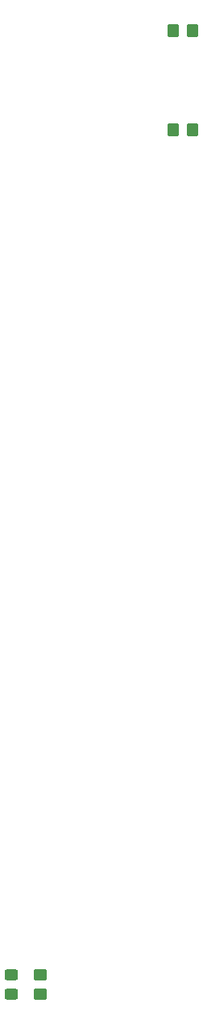
<source format=gbr>
%TF.GenerationSoftware,KiCad,Pcbnew,9.0.0*%
%TF.CreationDate,2025-08-04T23:41:09+05:30*%
%TF.ProjectId,signalscope,7369676e-616c-4736-936f-70652e6b6963,rev?*%
%TF.SameCoordinates,Original*%
%TF.FileFunction,Paste,Top*%
%TF.FilePolarity,Positive*%
%FSLAX46Y46*%
G04 Gerber Fmt 4.6, Leading zero omitted, Abs format (unit mm)*
G04 Created by KiCad (PCBNEW 9.0.0) date 2025-08-04 23:41:09*
%MOMM*%
%LPD*%
G01*
G04 APERTURE LIST*
G04 Aperture macros list*
%AMRoundRect*
0 Rectangle with rounded corners*
0 $1 Rounding radius*
0 $2 $3 $4 $5 $6 $7 $8 $9 X,Y pos of 4 corners*
0 Add a 4 corners polygon primitive as box body*
4,1,4,$2,$3,$4,$5,$6,$7,$8,$9,$2,$3,0*
0 Add four circle primitives for the rounded corners*
1,1,$1+$1,$2,$3*
1,1,$1+$1,$4,$5*
1,1,$1+$1,$6,$7*
1,1,$1+$1,$8,$9*
0 Add four rect primitives between the rounded corners*
20,1,$1+$1,$2,$3,$4,$5,0*
20,1,$1+$1,$4,$5,$6,$7,0*
20,1,$1+$1,$6,$7,$8,$9,0*
20,1,$1+$1,$8,$9,$2,$3,0*%
G04 Aperture macros list end*
%ADD10RoundRect,0.250000X-0.450000X0.325000X-0.450000X-0.325000X0.450000X-0.325000X0.450000X0.325000X0*%
%ADD11RoundRect,0.250000X-0.350000X-0.450000X0.350000X-0.450000X0.350000X0.450000X-0.350000X0.450000X0*%
%ADD12RoundRect,0.250000X-0.450000X0.350000X-0.450000X-0.350000X0.450000X-0.350000X0.450000X0.350000X0*%
G04 APERTURE END LIST*
D10*
%TO.C,D1*%
X166500000Y-144225000D03*
X166500000Y-146275000D03*
%TD*%
D11*
%TO.C,R2*%
X183500000Y-45100000D03*
X185500000Y-45100000D03*
%TD*%
D12*
%TO.C,R1*%
X169500000Y-144250000D03*
X169500000Y-146250000D03*
%TD*%
D11*
%TO.C,R3*%
X183500000Y-55525000D03*
X185500000Y-55525000D03*
%TD*%
M02*

</source>
